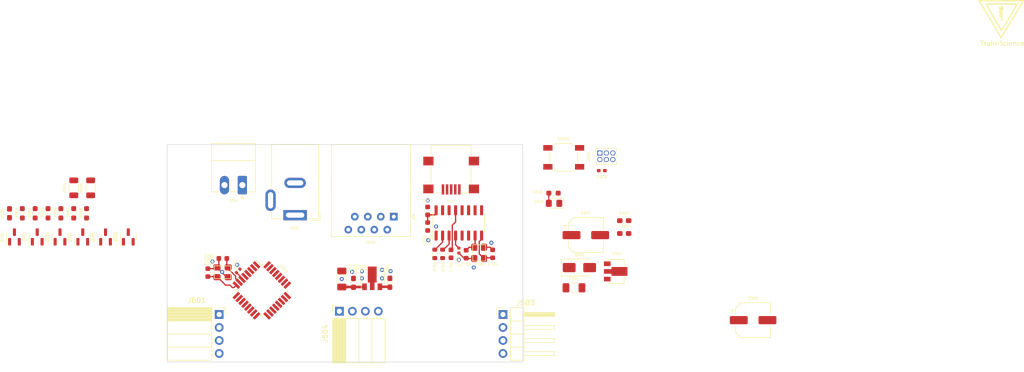
<source format=kicad_pcb>
(kicad_pcb (version 20221018) (generator pcbnew)
  (layers (0 "F.Cu" signal) (31 "B.Cu" signal) (34 "B.Paste" user) (35 "F.Paste" user) (36 "B.SilkS" user "B.Silkscreen") (37 "F.SilkS" user "F.Silkscreen") (38 "B.Mask" user) (39 "F.Mask" user) (44 "Edge.Cuts" user))
  (net 0 "")
  (net 1 "GND")
  (net 2 "Net-(D201-A)")
  (net 4 "VCC")
  (net 5 "/CPU/X1")
  (net 6 "+5V")
  (net 7 "/CPU/X2")
  (net 8 "+12V")
  (net 9 "Net-(D501-K)")
  (net 10 "/CPU/RESET")
  (net 11 "/CPU/LED")
  (net 12 "/Hbridge/Track_A")
  (net 13 "/Hbridge/Track_B")
  (net 14 "/CPU/data")
  (net 15 "/CPU/clock")
  (net 16 "/CPU/load")
  (net 17 "/CPU/s88reset")
  (net 19 "Net-(Q501-B)")
  (net 20 "/Hbridge/ShortCircuit")
  (net 21 "Net-(Q501-C)")
  (net 22 "Net-(Q504-G)")
  (net 23 "Net-(Q506-B)")
  (net 24 "/CPU/prog.A")
  (net 25 "/CPU/prog.B")
  (net 26 "/CPU/Rx")
  (net 27 "/CPU/Tx")
  (net 28 "/CPU/MISO")
  (net 29 "/CPU/MOSI")
  (net 30 "/CPU/SCL")
  (net 31 "/CPU/SDA")
  (net 34 "/CPU/booster2.B")
  (net 35 "/CPU/booster2.A")
  (net 36 "/CPU/prog.ShortCircuit")
  (net 39 "/CPU/booster1.B")
  (net 40 "/CPU/booster1.A")
  (net 41 "/booster1/ShortCircuit")
  (net 42 "/booster2/ShortCircuit")
  (net 50 "Net-(U701-~{DTR})")
  (net 51 "Net-(U701-XO)")
  (net 52 "Net-(U701-XI)")
  (net 53 "Net-(U701-V3)")
  (net 54 "Net-(U701-TXD)")
  (net 55 "Net-(U701-RXD)")
  (net 56 "Net-(J701-D-)")
  (net 57 "Net-(J701-D+)")
  (footprint "Connector_USB:USB_Mini-B_Lumberg_2486_01_Horizontal" (layer "F.Cu") (at 103.5 58.075 180)
    (fp_text reference "J701" (at 0 -5 180 unlocked) (layer "F.SilkS") (effects (font (size 0.5 0.5) (thickness 0.075))))
    (fp_text value "USB_B_Mini")
    (pad "" np_thru_hole circle (at -2.2 0 180) (size 1 1) (drill 1) (layers "F&B.Cu" "*.Mask"))
    (pad "" np_thru_hole circle (at 2.2 0 180) (size 1 1) (drill 1) (layers "F&B.Cu" "*.Mask"))
    (pad "1" smd rect (at -1.6 -2.7 180) (size 0.5 2) (layers "F.Cu" "F.Paste" "F.Mask") (net 6 "+5V"))
    (pad "2" smd rect (at -0.8 -2.7 180) (size 0.5 2) (layers "F.Cu" "F.Paste" "F.Mask") (net 56 "Net-(J701-D-)"))
    (pad "3" smd rect (at 0 -2.7 180) (size 0.5 2) (layers "F.Cu" "F.Paste" "F.Mask") (net 57 "Net-(J701-D+)"))
    (pad "4" smd rect (at 0.8 -2.7 180) (size 0.5 2) (layers "F.Cu" "F.Paste" "F.Mask"))
    (pad "5" smd rect (at 1.6 -2.7 180) (size 0.5 2) (layers "F.Cu" "F.Paste" "F.Mask") (net 1 "GND"))
    (pad "6" smd rect (at -4.45 -2.6 180) (size 2 1.7) (layers "F.Cu" "F.Paste" "F.Mask") (net 1 "GND"))
    (pad "6" smd rect (at -4.45 2.85 180) (size 2 1.7) (layers "F.Cu" "F.Paste" "F.Mask") (net 1 "GND"))
    (pad "6" smd rect (at 4.45 -2.6 180) (size 2 1.7) (layers "F.Cu" "F.Paste" "F.Mask") (net 1 "GND"))
    (pad "6" smd rect (at 4.45 2.85 180) (size 2 1.7) (layers "F.Cu" "F.Paste" "F.Mask") (net 1 "GND"))
  )
  (footprint "Resistor_SMD:R_0603_1608Metric" (layer "F.Cu") (at 101.825 73.37 90)
    (fp_text reference "R702" (at -2.604 0.127 90 unlocked) (layer "F.SilkS") (effects (font (size 0.5 0.5) (thickness 0.075))))
    (fp_text value "1k")
    (pad "1" smd roundrect (at -0.825 0 90) (size 0.8 0.95) (layers "F.Cu" "F.Paste" "F.Mask") (net 27 "/CPU/Tx"))
    (pad "2" smd roundrect (at 0.825 0 90) (size 0.8 0.95) (layers "F.Cu" "F.Paste" "F.Mask") (net 55 "Net-(U701-RXD)"))
  )
  (footprint "custom_kicad_lib_sk:R_0603_smalltext" (layer "F.Cu") (at 22.2 65.4425 90)
    (fp_text reference "R502" (at 0.15 -1.125 90 unlocked) (layer "F.SilkS") (effects (font (size 0.5 0.5) (thickness 0.075))))
    (fp_text value "10k")
    (pad "1" smd roundrect (at -0.9125 0 90) (size 0.975 0.95) (layers "F.Cu" "F.Paste" "F.Mask") (net 4 "VCC"))
    (pad "2" smd roundrect (at 0.9125 0 90) (size 0.975 0.95) (layers "F.Cu" "F.Paste" "F.Mask") (net 21 "Net-(Q501-C)"))
  )
  (footprint "Capacitor_SMD:C_0603_1608Metric" (layer "F.Cu") (at 98.904 64.975 90)
    (fp_text reference "C701" (at 2.032 0 180 unlocked) (layer "F.SilkS") (effects (font (size 0.5 0.5) (thickness 0.075))))
    (fp_text value "10uF")
    (pad "1" smd roundrect (at -0.775 0 90) (size 0.9 0.95) (layers "F.Cu" "F.Paste" "F.Mask") (net 6 "+5V"))
    (pad "2" smd roundrect (at 0.775 0 90) (size 0.9 0.95) (layers "F.Cu" "F.Paste" "F.Mask") (net 1 "GND"))
  )
  (footprint "Connector_RJ:RJ45_Amphenol_54602-x08_Horizontal" (layer "F.Cu") (at 92.2825 66.1 180)
    (fp_text reference "J2101" (at 4.445 -5 180 unlocked) (layer "F.SilkS") (effects (font (size 0.5 0.5) (thickness 0.075))))
    (fp_text value "RJ45")
    (pad "" np_thru_hole circle (at -1.27 6.35 180) (size 3.2 3.2) (drill 3.2) (layers "*.Cu" "*.Mask"))
    (pad "" np_thru_hole circle (at 10.16 6.35 180) (size 3.2 3.2) (drill 3.2) (layers "*.Cu" "*.Mask"))
    (pad "1" thru_hole rect (at 0 0 180) (size 1.5 1.5) (drill 0.76) (layers "*.Cu" "*.Mask") (net 8 "+12V"))
    (pad "2" thru_hole circle (at 1.27 -2.54 180) (size 1.5 1.5) (drill 0.76) (layers "*.Cu" "*.Mask") (net 14 "/CPU/data"))
    (pad "3" thru_hole circle (at 2.54 0 180) (size 1.5 1.5) (drill 0.76) (layers "*.Cu" "*.Mask") (net 1 "GND"))
    (pad "4" thru_hole circle (at 3.81 -2.54 180) (size 1.5 1.5) (drill 0.76) (layers "*.Cu" "*.Mask") (net 15 "/CPU/clock"))
    (pad "5" thru_hole circle (at 5.08 0 180) (size 1.5 1.5) (drill 0.76) (layers "*.Cu" "*.Mask") (net 1 "GND"))
    (pad "6" thru_hole circle (at 6.35 -2.54 180) (size 1.5 1.5) (drill 0.76) (layers "*.Cu" "*.Mask") (net 16 "/CPU/load"))
    (pad "7" thru_hole circle (at 7.62 0 180) (size 1.5 1.5) (drill 0.76) (layers "*.Cu" "*.Mask") (net 17 "/CPU/s88reset"))
    (pad "8" thru_hole circle (at 8.89 -2.54 180) (size 1.5 1.5) (drill 0.76) (layers "*.Cu" "*.Mask"))
  )
  (footprint "custom_kicad_lib_sk:crystal_arduino" (layer "F.Cu") (at 109.191 73.23 -90)
    (fp_text reference "Y701" (at 2.236 0.093 unlocked) (layer "F.SilkS") (effects (font (size 0.5 0.5) (thickness 0.075))))
    (fp_text value "Crystal")
    (pad "1" smd roundrect (at -1.15 1.17 270) (size 1.4 1.2) (layers "F.Cu" "F.Paste" "F.Mask") (net 52 "Net-(U701-XI)"))
    (pad "2" smd roundrect (at 1.05 1.17 270) (size 1.4 1.2) (layers "F.Cu" "F.Paste" "F.Mask") (net 1 "GND"))
    (pad "3" smd roundrect (at 1.05 -0.73 270) (size 1.4 1.2) (layers "F.Cu" "F.Paste" "F.Mask") (net 51 "Net-(U701-XO)"))
    (pad "4" smd roundrect (at -1.15 -0.73 270) (size 1.4 1.2) (layers "F.Cu" "F.Paste" "F.Mask") (net 1 "GND"))
  )
  (footprint "Package_TO_SOT_SMD:SOT-89-3" (layer "F.Cu") (at 88.071 77.852 90)
    (fp_text reference "U301" (at 1.987 -2.008 180 unlocked) (layer "F.SilkS") (effects (font (size 0.5 0.5) (thickness 0.075))))
    (fp_text value "L78L05_SOT89")
    (pad "1" smd rect (at -1.95 -1.5 90) (size 1.3 0.9) (layers "F.Cu" "F.Paste" "F.Mask") (net 6 "+5V"))
    (pad "2" smd custom (at -1.8625 0 90) (size 1.475 0.9) (layers "F.Cu" "F.Paste" "F.Mask") (net 1 "GND") (options (clearance outline) (anchor rect)) (primitives (gr_poly (pts (xy 3.8625 0.8665) (xy 0.7375 0.8665) (xy 0.7375 -0.8665) (xy 3.8625 -0.8665)) (width 0) (fill yes))))
    (pad "3" smd rect (at -1.95 1.5 90) (size 1.3 0.9) (layers "F.Cu" "F.Paste" "F.Mask") (net 8 "+12V"))
  )
  (footprint "Resistor_SMD:R_0603_1608Metric" (layer "F.Cu") (at 100.301 73.37 -90)
    (fp_text reference "R701" (at 2.477 0 -270 unlocked) (layer "F.SilkS") (effects (font (size 0.5 0.5) (thickness 0.075))))
    (fp_text value "1k")
    (pad "1" smd roundrect (at -0.825 0 270) (size 0.8 0.95) (layers "F.Cu" "F.Paste" "F.Mask") (net 54 "Net-(U701-TXD)"))
    (pad "2" smd roundrect (at 0.825 0 270) (size 0.8 0.95) (layers "F.Cu" "F.Paste" "F.Mask") (net 26 "/CPU/Rx"))
  )
  (footprint "Capacitor_SMD:C_0603_1608Metric_Pad1.08x0.95mm_HandSolder" (layer "F.Cu") (at 17.18 65.4425 90)
    (fp_text reference "C506" (at 0 -1.43 90 unlocked) (layer "F.SilkS") (effects (font (size 0.5 0.5) (thickness 0.075))))
    (fp_text value "100nF")
    (pad "1" smd roundrect (at -0.8625 0 90) (size 1.075 0.95) (layers "F.Cu" "F.Paste" "F.Mask") (net 1 "GND"))
    (pad "2" smd roundrect (at 0.8625 0 90) (size 1.075 0.95) (layers "F.Cu" "F.Paste" "F.Mask") (net 4 "VCC"))
  )
  (footprint "Capacitor_SMD:CP_Elec_6.3x5.9" (layer "F.Cu") (at 129.82 69.7)
    (fp_text reference "C501" (at 0 -4.35 unlocked) (layer "F.SilkS") (effects (font (size 0.5 0.5) (thickness 0.075))))
    (fp_text value "100uF")
    (pad "1" smd roundrect (at -2.8 0) (size 3.5 1.6) (layers "F.Cu" "F.Paste" "F.Mask") (roundrect_rratio 0.15625) (net 9 "Net-(D501-K)"))
    (pad "2" smd roundrect (at 2.8 0) (size 3.5 1.6) (layers "F.Cu" "F.Paste" "F.Mask") (roundrect_rratio 0.15625) (net 1 "GND"))
  )
  (footprint "Connector_PinHeader_2.54mm:PinHeader_1x04_P2.54mm_Horizontal" (layer "F.Cu") (at 113.625 85.217)
    (fp_text reference "J503" (at 4.385 -2.27) (layer "F.SilkS"))
    (fp_text value "Conn_01x04_Pin")
    (pad "1" thru_hole rect (at 0 0) (size 1.7 1.7) (drill 1) (layers "*.Cu" "*.Mask") (net 35 "/CPU/booster2.A"))
    (pad "2" thru_hole oval (at 0 2.54) (size 1.7 1.7) (drill 1) (layers "*.Cu" "*.Mask") (net 34 "/CPU/booster2.B"))
    (pad "3" thru_hole oval (at 0 5.08) (size 1.7 1.7) (drill 1) (layers "*.Cu" "*.Mask") (net 42 "/booster2/ShortCircuit"))
    (pad "4" thru_hole oval (at 0 7.62) (size 1.7 1.7) (drill 1) (layers "*.Cu" "*.Mask") (net 1 "GND"))
  )
  (footprint "MountingHole:MountingHole_3.2mm_M3" (layer "F.Cu") (at 51.5 55.5)
    (fp_text reference "REF**" hide)
    (fp_text value "MountingHole_3.2mm_M3")
    (pad "" np_thru_hole circle (at 0 0) (size 3.2 3.2) (drill 3.2) (layers "F&B.Cu" "*.Mask"))
  )
  (footprint "Capacitor_SMD:C_0603_1608Metric" (layer "F.Cu") (at 98.904 68.023 -90)
    (fp_text reference "C702" (at 2.667 0.508 -270 unlocked) (layer "F.SilkS") (effects (font (size 0.5 0.5) (thickness 0.075))))
    (fp_text value "100nF")
    (pad "1" smd roundrect (at -0.775 0 270) (size 0.9 0.95) (layers "F.Cu" "F.Paste" "F.Mask") (net 6 "+5V"))
    (pad "2" smd roundrect (at 0.775 0 270) (size 0.9 0.95) (layers "F.Cu" "F.Paste" "F.Mask") (net 1 "GND"))
  )
  (footprint "Capacitor_SMD:C_0603_1608Metric_Pad1.08x0.95mm_HandSolder" (layer "F.Cu") (at 84.412 79.04 90)
    (fp_text reference "C302" (at 2.667 0.381 90 unlocked) (layer "F.SilkS") (effects (font (size 0.5 0.5) (thickness 0.075))))
    (fp_text value "100nF")
    (pad "1" smd roundrect (at -0.8625 0 90) (size 1.075 0.95) (layers "F.Cu" "F.Paste" "F.Mask") (net 6 "+5V"))
    (pad "2" smd roundrect (at 0.8625 0 90) (size 1.075 0.95) (layers "F.Cu" "F.Paste" "F.Mask") (net 1 "GND"))
  )
  (footprint "Package_TO_SOT_SMD:SOT-23" (layer "F.Cu") (at 31.5 70.0625 90)
    (fp_text reference "Q504" (at 0 -2.4 90 unlocked) (layer "F.SilkS") (effects (font (size 0.5 0.5) (thickness 0.075))))
    (fp_text value "P-channel")
    (pad "1" smd roundrect (at -0.9375 -0.95 90) (size 1.475 0.6) (layers "F.Cu" "F.Paste" "F.Mask") (net 22 "Net-(Q504-G)"))
    (pad "2" smd roundrect (at -0.9375 0.95 90) (size 1.475 0.6) (layers "F.Cu" "F.Paste" "F.Mask") (net 4 "VCC"))
    (pad "3" smd roundrect (at 0.9375 0 90) (size 1.475 0.6) (layers "F.Cu" "F.Paste" "F.Mask") (net 13 "/Hbridge/Track_B"))
  )
  (footprint "custom_kicad_lib_sk:R_0603_smalltext" (layer "F.Cu") (at 29.73 65.4425 90)
    (fp_text reference "R507" (at 0.15 -1.125 90 unlocked) (layer "F.SilkS") (effects (font (size 0.5 0.5) (thickness 0.075))))
    (fp_text value "15k")
    (pad "1" smd roundrect (at -0.9125 0 90) (size 0.975 0.95) (layers "F.Cu" "F.Paste" "F.Mask") (net 22 "Net-(Q504-G)"))
    (pad "2" smd roundrect (at 0.9125 0 90) (size 0.975 0.95) (layers "F.Cu" "F.Paste" "F.Mask") (net 20 "/Hbridge/ShortCircuit"))
  )
  (footprint "Package_TO_SOT_SMD:SOT-23" (layer "F.Cu") (at 27.05 70.0625 90)
    (fp_text reference "Q503" (at 0 -2.4 90 unlocked) (layer "F.SilkS") (effects (font (size 0.5 0.5) (thickness 0.075))))
    (fp_text value "N-channel")
    (pad "1" smd roundrect (at -0.9375 -0.95 90) (size 1.475 0.6) (layers "F.Cu" "F.Paste" "F.Mask") (net 21 "Net-(Q501-C)"))
    (pad "2" smd roundrect (at -0.9375 0.95 90) (size 1.475 0.6) (layers "F.Cu" "F.Paste" "F.Mask") (net 20 "/Hbridge/ShortCircuit"))
    (pad "3" smd roundrect (at 0.9375 0 90) (size 1.475 0.6) (layers "F.Cu" "F.Paste" "F.Mask") (net 12 "/Hbridge/Track_A"))
  )
  (footprint "Diode_SMD:D_SMA" (layer "F.Cu") (at 128.565 76.05)
    (fp_text reference "D501" (at 0 -2.5 unlocked) (layer "F.SilkS") (effects (font (size 0.5 0.5) (thickness 0.075))))
    (fp_text value "SS53")
    (pad "1" smd roundrect (at -2 0) (size 2.5 1.8) (layers "F.Cu" "F.Paste" "F.Mask") (roundrect_rratio 0.1388888889) (net 9 "Net-(D501-K)"))
    (pad "2" smd roundrect (at 2 0) (size 2.5 1.8) (layers "F.Cu" "F.Paste" "F.Mask") (roundrect_rratio 0.1388888889) (net 4 "VCC"))
  )
  (footprint "custom_kicad_lib_sk:R_0603_smalltext" (layer "F.Cu") (at 32.24 65.4425 90)
    (fp_text reference "R508" (at 0.15 -1.125 90 unlocked) (layer "F.SilkS") (effects (font (size 0.5 0.5) (thickness 0.075))))
    (fp_text value "1k5")
    (pad "1" smd roundrect (at -0.9125 0 90) (size 0.975 0.95) (layers "F.Cu" "F.Paste" "F.Mask") (net 23 "Net-(Q506-B)"))
    (pad "2" smd roundrect (at 0.9125 0 90) (size 0.975 0.95) (layers "F.Cu" "F.Paste" "F.Mask") (net 25 "/CPU/prog.B"))
  )
  (footprint "custom_kicad_lib_sk:crystal_arduino" (layer "F.Cu") (at 58.777 77.189 180)
    (fp_text reference "Y201" (at 2.574 2.699 unlocked) (layer "F.SilkS") (effects (font (size 0.5 0.5) (thickness 0.075))))
    (fp_text value "Crystal_GND2")
    (pad "1" smd roundrect (at -1.15 1.17 180) (size 1.4 1.2) (layers "F.Cu" "F.Paste" "F.Mask") (net 5 "/CPU/X1"))
    (pad "2" smd roundrect (at 1.05 1.17 180) (size 1.4 1.2) (layers "F.Cu" "F.Paste" "F.Mask") (net 1 "GND"))
    (pad "3" smd roundrect (at 1.05 -0.73 180) (size 1.4 1.2) (layers "F.Cu" "F.Paste" "F.Mask") (net 7 "/CPU/X2"))
    (pad "4" smd roundrect (at -1.15 -0.73 180) (size 1.4 1.2) (layers "F.Cu" "F.Paste" "F.Mask") (net 1 "GND"))
  )
  (footprint "LED_SMD:LED_0805_2012Metric_Pad1.15x1.40mm_HandSolder" (layer "F.Cu") (at 123.6105 63.491 180)
    (fp_text reference "D201" (at 3.008 0.34 180 unlocked) (layer "F.SilkS") (effects (font (size 0.5 0.5) (thickness 0.075))))
    (fp_text value "LED")
    (pad "1" smd roundrect (at -1.025 0 180) (size 1.15 1.4) (layers "F.Cu" "F.Paste" "F.Mask") (roundrect_rratio 0.217391) (net 11 "/CPU/LED"))
    (pad "2" smd roundrect (at 1.025 0 180) (size 1.15 1.4) (layers "F.Cu" "F.Paste" "F.Mask") (roundrect_rratio 0.217391) (net 2 "Net-(D201-A)"))
  )
  (footprint "MountingHole:MountingHole_3.2mm_M3" (layer "F.Cu") (at 107.5 91)
    (fp_text reference "REF**" hide)
    (fp_text value "MountingHole_3.2mm_M3")
    (pad "" np_thru_hole circle (at 0 0) (size 3.2 3.2) (drill 3.2) (layers "F&B.Cu" "*.Mask"))
  )
  (footprint "Capacitor_SMD:C_1206_3216Metric_Pad1.33x1.80mm_HandSolder" (layer "F.Cu") (at 127.5 80)
    (fp_text reference "C504" (at 0 -1.85 unlocked) (layer "F.SilkS") (effects (font (size 0.5 0.5) (thickness 0.075))))
    (fp_text value "100uF")
    (pad "1" smd roundrect (at -1.5625 0) (size 1.325 1.8) (layers "F.Cu" "F.Paste" "F.Mask") (roundrect_rratio 0.188679) (net 8 "+12V"))
    (pad "2" smd roundrect (at 1.5625 0) (size 1.325 1.8) (layers "F.Cu" "F.Paste" "F.Mask") (roundrect_rratio 0.188679) (net 1 "GND"))
  )
  (footprint "Connector_BarrelJack:BarrelJack_GCT_DCJ200-10-A_Horizontal" (layer "F.Cu") (at 73 65.8 180)
    (fp_text reference "J505" (at 0 -2.5 180 unlocked) (layer "F.SilkS") (effects (font (size 0.5 0.5) (thickness 0.075))))
    (fp_text value "Barrel_Jack")
    (pad "1" thru_hole rect (at 0 0 180) (size 4.6 2) (drill oval 3.6 1) (layers "*.Cu" "*.Mask") (net 4 "VCC"))
    (pad "2" thru_hole oval (at 0 6.3 180) (size 4.2 2) (drill oval 3.2 1) (layers "*.Cu" "*.Mask") (net 1 "GND"))
    (pad "3" thru_hole oval (at 4.8 2.9 180) (size 2 4.2) (drill oval 1 3.2) (layers "*.Cu" "*.Mask"))
  )
  (footprint "Package_SO:SOIC-16_3.9x9.9mm_P1.27mm" (layer "F.Cu") (at 105 67.323 90)
    (fp_text reference "U701" (at -3.24 -5.588 90 unlocked) (layer "F.SilkS") (effects (font (size 0.5 0.5) (thickness 0.075))))
    (fp_text value "CH340G")
    (pad "1" smd roundrect (at -2.475 -4.445 90) (size 1.95 0.6) (layers "F.Cu" "F.Paste" "F.Mask") (net 1 "GND"))
    (pad "2" smd roundrect (at -2.475 -3.175 90) (size 1.95 0.6) (layers "F.Cu" "F.Paste" "F.Mask") (net 54 "Net-(U701-TXD)"))
    (pad "3" smd roundrect (at -2.475 -1.905 90) (size 1.95 0.6) (layers "F.Cu" "F.Paste" "F.Mask") (net 55 "Net-(U701-RXD)"))
    (pad "4" smd roundrect (at -2.475 -0.635 90) (size 1.95 0.6) (layers "F.Cu" "F.Paste" "F.Mask") (net 53 "Net-(U701-V3)"))
    (pad "5" smd roundrect (at -2.475 0.635 90) (size 1.95 0.6) (layers "F.Cu" "F.Paste" "F.Mask") (net 57 "Net-(J701-D+)"))
    (pad "6" smd roundrect (at -2.475 1.905 90) (size 1.95 0.6) (layers "F.Cu" "F.Paste" "F.Mask") (net 56 "Net-(J701-D-)"))
    (pad "7" smd roundrect (at -2.475 3.175 90) (size 1.95 0.6) (layers "F.Cu" "F.Paste" "F.Mask") (net 52 "Net-(U701-XI)"))
    (pad "8" smd roundrect (at -2.475 4.445 90) (size 1.95 0.6) (layers "F.Cu" "F.Paste" "F.Mask") (net 51 "Net-(U701-XO)"))
    (pad "9" smd roundrect (at 2.475 4.445 90) (size 1.95 0.6) (layers "F.Cu" "F.Paste" "F.Mask"))
    (pad "10" smd roundrect (at 2.475 3.175 90) (size 1.95 0.6) (layers "F.Cu" "F.Paste" "F.Mask"))
    (pad "11" smd roundrect (at 2.475 1.905 90) (size 1.95 0.6) (layers "F.Cu" "F.Paste" "F.Mask"))
    (pad "12" smd roundrect (at 2.475 0.635 90) (size 1.95 0.6) (layers "F.Cu" "F.Paste" "F.Mask"))
    (pad "13" smd roundrect (at 2.475 -0.635 90) (size 1.95 0.6) (layers "F.Cu" "F.Paste" "F.Mask") (net 50 "Net-(U701-~{DTR})"))
    (pad "14" smd roundrect (at 2.475 -1.905 90) (size 1.95 0.6) (layers "F.Cu" "F.Paste" "F.Mask"))
    (pad "15" smd roundrect (at 2.475 -3.175 90) (size 1.95 0.6) (layers "F.Cu" "F.Paste" "F.Mask"))
    (pad "16" smd roundrect (at 2.475 -4.445 90) (size 1.95 0.6) (layers "F.Cu" "F.Paste" "F.Mask") (net 6 "+5V"))
  )
  (footprint "custom_kicad_lib_sk:R_0603_smalltext" (layer "F.Cu") (at 24.71 65.4425 90)
    (fp_text reference "R503" (at 0.15 -1.125 90 unlocked) (layer "F.SilkS") (effects (font (size 0.5 0.5) (thickness 0.075))))
    (fp_text value "15k")
    (pad "1" smd roundrect (at -0.9125 0 90) (size 0.975 0.95) (layers "F.Cu" "F.Paste" "F.Mask") (net 21 "Net-(Q501-C)"))
    (pad "2" smd roundrect (at 0.9125 0 90) (size 0.975 0.95) (layers "F.Cu" "F.Paste" "F.Mask") (net 20 "/Hbridge/ShortCircuit"))
  )
  (footprint "MountingHole:MountingHole_3.2mm_M3" (layer "F.Cu") (at 64.5 91)
    (fp_text reference "REF**" hide)
    (fp_text value "MountingHole_3.2mm_M3")
    (pad "" np_thru_hole circle (at 0 0) (size 3.2 3.2) (drill 3.2) (layers "F&B.Cu" "*.Mask"))
  )
  (footprint "Resistor_SMD:R_1206_3216Metric" (layer "F.Cu") (at 33.04 60.4625 90)
    (fp_text reference "R505" (at 0 -1.82 90 unlocked) (layer "F.SilkS") (effects (font (size 0.5 0.5) (thickness 0.075))))
    (fp_text value "0R1")
    (pad "1" smd roundrect (at -1.4625 0 90) (size 1.125 1.75) (layers "F.Cu" "F.Paste" "F.Mask") (roundrect_rratio 0.222222) (net 20 "/Hbridge/ShortCircuit"))
    (pad "2" smd roundrect (at 1.4625 0 90) (size 1.125 1.75) (layers "F.Cu" "F.Paste" "F.Mask") (roundrect_rratio 0.222222) (net 1 "GND"))
  )
  (footprint "Capacitor_SMD:CP_Elec_6.3x5.9" (layer "F.Cu") (at 162.511 86.321)
    (fp_text reference "C505" (at 0 -4.35 unlocked) (layer "F.SilkS") (effects (font (size 0.5 0.5) (thickness 0.075))))
    (fp_text value "100uF")
    (pad "1" smd roundrect (at -2.8 0) (size 3.5 1.6) (layers "F.Cu" "F.Paste" "F.Mask") (roundrect_rratio 0.15625) (net 4 "VCC"))
    (pad "2" smd roundrect (at 2.8 0) (size 3.5 1.6) (layers "F.Cu" "F.Paste" "F.Mask") (roundrect_rratio 0.15625) (net 1 "GND"))
  )
  (footprint "custom_kicad_lib_sk:R_0603_smalltext" (layer "F.Cu") (at 27.22 65.4425 90)
    (fp_text reference "R506" (at 0.15 -1.125 90 unlocked) (layer "F.SilkS") (effects (font (size 0.5 0.5) (thickness 0.075))))
    (fp_text value "10k")
    (pad "1" smd roundrect (at -0.9125 0 90) (size 0.975 0.95) (layers "F.Cu" "F.Paste" "F.Mask") (net 4 "VCC"))
    (pad "2" smd roundrect (at 0.9125 0 90) (size 0.975 0.95) (layers "F.Cu" "F.Paste" "F.Mask") (net 22 "Net-(Q504-G)"))
  )
  (footprint "Connector_Phoenix_MC:PhoenixContact_MC_1,5_2-G-3.5_1x02_P3.50mm_Horizontal" (layer "F.Cu") (at 62.695 59.9325 180)
    (fp_text reference "J501" (at 1.75 -3 180 unlocked) (layer "F.SilkS") (effects (font (size 0.5 0.5) (thickness 0.075))))
    (fp_text value "track")
    (pad "1" thru_hole roundrect (at 0 0 180) (size 1.8 3.6) (drill 1.2) (layers "*.Cu" "*.Mask") (roundrect_rratio 0.138889) (net 12 "/Hbridge/Track_A"))
    (pad "2" thru_hole oval (at 3.5 0 180) (size 1.8 3.6) (drill 1.2) (layers "*.Cu" "*.Mask") (net 13 "/Hbridge/Track_B"))
  )
  (footprint "Capacitor_SMD:C_0603_1608Metric" (layer "F.Cu") (at 55.949 77.03 -90)
    (fp_text reference "C203" (at -1.778 -0.254 unlocked) (layer "F.SilkS") (effects (font (size 0.5 0.5) (thickness 0.075))))
    (fp_text value "12pF")
    (pad "1" smd roundrect (at -0.775 0 270) (size 0.9 0.95) (layers "F.Cu" "F.Paste" "F.Mask") (net 1 "GND"))
    (pad "2" smd roundrect (at 0.775 0 270) (size 0.9 0.95) (layers "F.Cu" "F.Paste" "F.Mask") (net 7 "/CPU/X2"))
  )
  (footprint "Capacitor_SMD:C_0603_1608Metric" (layer "F.Cu") (at 111.604 73.357 90)
    (fp_text reference "C704" (at -2.032 0 unlocked) (layer "F.SilkS") (effects (font (size 0.5 0.5) (thickness 0.075))))
    (fp_text value "22pF")
    (pad "1" smd roundrect (at -0.775 0 90) (size 0.9 0.95) (layers "F.Cu" "F.Paste" "F.Mask") (net 51 "Net-(U701-XO)"))
    (pad "2" smd roundrect (at 0.775 0 90) (size 0.9 0.95) (layers "F.Cu" "F.Paste" "F.Mask") (net 1 "GND"))
  )
  (footprint "Capacitor_SMD:C_0603_1608Metric_Pad1.08x0.95mm_HandSolder" (layer "F.Cu") (at 137.32 66.88)
    (fp_text reference "C502" (at 0 -1.43 unlocked) (layer "F.SilkS") (effects (font (size 0.5 0.5) (thickness 0.075))))
    (fp_text value "330nF")
    (pad "1" smd roundrect (at -0.8625 0) (size 1.075 0.95) (layers "F.Cu" "F.Paste" "F.Mask") (net 9 "Net-(D501-K)"))
    (pad "2" smd roundrect (at 0.8625 0) (size 1.075 0.95) (layers "F.Cu" "F.Paste" "F.Mask") (net 1 "GND"))
  )
  (footprint "Package_TO_SOT_SMD:SOT-23" (layer "F.Cu") (at 35.95 70.0625 90)
    (fp_text reference "Q505" (at 0 -2.4 90 unlocked) (layer "F.SilkS") (effects (font (size 0.5 0.5) (thickness 0.075))))
    (fp_text value "N-channel")
    (pad "1" smd roundrect (at -0.9375 -0.95 90) (size 1.475 0.6) (layers "F.Cu" "F.Paste" "F.Mask") (net 22 "Net-(Q504-G)"))
    (pad "2" smd roundrect (at -0.9375 0.95 90) (size 1.475 0.6) (layers "F.Cu" "F.Paste" "F.Mask") (net 20 "/Hbridge/ShortCircuit"))
    (pad "3" smd roundrect (at 0.9375 0 90) (size 1.475 0.6) (layers "F.Cu" "F.Paste" "F.Mask") (net 13 "/Hbridge/Track_B"))
  )
  (footprint "Capacitor_SMD:C_0402_1005Metric" (layer "F.Cu") (at 105 72.722 90)
    (fp_text reference "C705" (at -2.131 0 90 unlocked) (layer "F.SilkS") (effects (font (size 0.5 0.5) (thickness 0.075))))
    (fp_text value "100nF")
    (pad "1" smd roundrect (at -0.48 0 90) (size 0.56 0.62) (layers "F.Cu" "F.Paste" "F.Mask") (net 1 "GND"))
    (pad "2" smd roundrect (at 0.48 0 90) (size 0.56 0.62) (layers "F.Cu" "F.Paste" "F.Mask") (net 53 "Net-(U701-V3)"))
  )
  (footprint "Capacitor_SMD:C_0603_1608Metric" (layer "F.Cu") (at 106.431 73.434 -90)
    (fp_text reference "C703" (at 2.032 0 unlocked) (layer "F.SilkS") (effects (font (size 0.5 0.5) (thickness 0.075))))
    (fp_text value "22pF")
    (pad "1" smd roundrect (at -0.775 0 270) (size 0.9 0.95) (layers "F.Cu" "F.Paste" "F.Mask") (net 52 "Net-(U701-XI)"))
    (pad "2" smd roundrect (at 0.775 0 270) (size 0.9 0.95) (layers "F.Cu" "F.Paste" "F.Mask") (net 1 "GND"))
  )
  (footprint "Capacitor_SMD:C_0603_1608Metric_Pad1.08x0.95mm_HandSolder" (layer "F.Cu") (at 91.524 79.0135 90)
    (fp_text reference "C301" (at 2.6405 -0.508 90 unlocked) (layer "F.SilkS") (effects (font (size 0.5 0.5) (thickness 0.075))))
    (fp_text value "330nF")
    (pad "1" smd roundrect (at -0.8625 0 90) (size 1.075 0.95) (layers "F.Cu" "F.Paste" "F.Mask") (net 8 "+12V"))
    (pad "2" smd roundrect (at 0.8625 0 90) (size 1.075 0.95) (layers "F.Cu" "F.Paste" "F.Mask") (net 1 "GND"))
  )
  (footprint "Capacitor_SMD:C_0603_1608Metric" (layer "F.Cu") (at 103.476 73.357 -90)
    (fp_text reference "C706" (at 2.617 0 -270 unlocked) (layer "F.SilkS") (effects (font (size 0.5 0.5) (thickness 0.075))))
    (fp_text value "100nF")
    (pad "1" smd roundrect (at -0.775 0 270) (size 0.9 0.95) (layers "F.Cu" "F.Paste" "F.Mask") (net 50 "Net-(U701-~{DTR})"))
    (pad "2" smd roundrect (at 0.775 0 270) (size 0.9 0.95) (layers "F.Cu" "F.Paste" "F.Mask") (net 10 "/CPU/RESET"))
  )
  (footprint "Package_TO_SOT_SMD:SOT-23" (layer "F.Cu") (at 18.15 70.0625 90)
    (fp_text reference "Q501" (at 0 -2.4 90 unlocked) (layer "F.SilkS") (effects (font (size 0.5 0.5) (thickness 0.075))))
    (fp_text value "NPN_TOR")
    (pad "1" smd roundrect (at -0.9375 -0.95 90) (size 1.475 0.6) (layers "F.Cu" "F.Paste" "F.Mask") (net 19 "Net-(Q501-B)"))
    (pad "2" smd roundrect (at -0.9375 0.95 90) (size 1.475 0.6) (layers "F.Cu" "F.Paste" "F.Mask") (net 20 "/Hbridge/ShortCircuit"))
    (pad "3" smd roundrect (at 0.9375 0 90) (size 1.475 0.6) (layers "F.Cu" "F.Paste" "F.Mask") (net 21 "Net-(Q501-C)"))
  )
  (footprint "custom_kicad_lib_sk:R_0603_smalltext" (layer "F.Cu") (at 19.69 65.4425 90)
    (fp_text reference "R501" (at 0.15 -1.125 90 unlocked) (layer "F.SilkS") (effects (font (size 0.5 0.5) (thickness 0.075))))
    (fp_text value "1k5")
    (pad "1" smd roundrect (at -0.9125 0 90) (size 0.975 0.95) (layers "F.Cu" "F.Paste" "F.Mask") (net 19 "Net-(Q501-B)"))
    (pad "2" smd roundrect (at 0.9125 0 90) (size 0.975 0.95) (layers "F.Cu" "F.Paste" "F.Mask") (net 24 "/CPU/prog.A"))
  )
  (footprint "Capacitor_SMD:C_0402_1005Metric" (layer "F.Cu") (at 61.876411 76.690589 45)
    (fp_text reference "C202" (at 0.507829 -1.347038 -90 unlocked) (layer "F.SilkS") (effects (font (size 0.5 0.5) (thickness 0.075))))
    (fp_text value "100nF")
    (pad "1" smd roundrect (at -0.48 0 45) (size 0.56 0.62) (layers "F.Cu" "F.Paste" "F.Mask") (net 6 "+5V"))
    (pad "2" smd roundrect (at 0.48 0 45) (size 0.56 0.62) (layers "F.Cu" "F.Paste" "F.Mask") (net 1 "GND"))
  )
  (footprint "Capacitor_SMD:C_1206_3216Metric_Pad1.33x1.80mm_HandSolder" (layer "F.Cu") (at 82.126 78.278 90)
    (fp_text reference "C303" (at 1.905 1.651 90 unlocked) (layer "F.SilkS") (effects (font (size 0.5 0.5) (thickness 0.075))))
    (fp_text value "100uF")
    (pad "1" smd roundrect (at -1.5625 0 90) (size 1.325 1.8) (layers "F.Cu" "F.Paste" "F.Mask") (roundrect_rratio 0.188679) (net 6 "+5V"))
    (pad "2" smd roundrect (at 1.5625 0 90) (size 1.325 1.8) (layers "F.Cu" "F.Paste" "F.Mask") (roundrect_rratio 0.188679) (net 1 "GND"))
  )
  (footprint "Connector_PinSocket_2.54mm:PinSocket_1x04_P2.54mm_Horizontal" (layer "F.Cu") (at 58.166 85.217)
    (fp_text reference "J601" (at -4.38 -2.77) (layer "F.SilkS"))
    (fp_text value "Conn_01x04_Socket")
    (pad "1" thru_hole rect (at 0 0) (size 1.7 1.7) (drill 1) (layers "*.Cu" "*.Mask") (net 40 "/CPU/booster1.A"))
    (pad "2" thru_hole oval (at 0 2.54) (size 1.7 1.7) (drill 1) (layers "*.Cu" "*.Mask") (net 39 "/CPU/booster1.B"))
    (pad "3" thru_hole oval (at 0 5.08) (size 1.7 1.7) (drill 1) (layers "*.Cu" "*.Mask") (net 41 "/booster1/ShortCircuit"))
    (pad "4" thru_hole oval (at 0 7.62) (size 1.7 1.7) (drill 1) (layers "*.Cu" "*.Mask") (net 1 "GND"))
  )
  (footprint "Connector_PinSocket_2.54mm:PinSocket_1x04_P2.54mm_Horizontal" (layer "F.Cu") (at 81.65 84.582 90)
    (fp_text reference "J504" (at -4.38 -2.77 90) (layer "F.SilkS"))
    (fp_text value "Conn_01x04_Socket")
    (pad "1" thru_hole rect (at 0 0 90) (size 1.7 1.7) (drill 1) (layers "*.Cu" "*.Mask") (net 1 "GND"))
    (pad "2" thru_hole oval (at 0 2.54 90) (size 1.7 1.7) (drill 1) (layers "*.Cu" "*.Mask") (net 6 "+5V"))
    (pad "3" thru_hole oval (at 0 5.08 90) (size 1.7 1.7) (drill 1) (layers "*.Cu" "*.Mask") (net 31 "/CPU/SDA"))
    (pad "4" thru_hole oval (at 0 7.62 90) (size 1.7 1.7) (drill 1) (layers "*.Cu" "*.Mask") (net 30 "/CPU/SCL"))
  )
  (footprint "Package_TO_SOT_SMD:SOT-23" (layer "F.Cu") (at 22.6 70.0625 90)
    (fp_text reference "Q502" (at 0 -2.4 90 unlocked) (layer "F.SilkS") (effects (font (size 0.5 0.5) (thickness 0.075))))
    (fp_text value "P-channel")
    (pad "1" smd roundrect (at -0.9375 -0.95 90) (size 1.475 0.6) (layers "F.Cu" "F.Paste" "F.Mask") (net 21 "Net-(Q501-C)"))
    (pad "2" smd roundrect (at -0.9375 0.95 90) (size 1.475 0.6) (layers "F.Cu" "F.Paste" "F.Mask") (net 4 "VCC"))
    (pad "3" smd roundrect (at 0.9375 0 90) (size 1.475 0.6) (layers "F.Cu" "F.Paste" "F.Mask") (net 12 "/Hbridge/Track_A"))
  )
  (footprint "Capacitor_SMD:C_0603_1608Metric" (layer "F.Cu") (at 58.87 74.268)
    (fp_text reference "C201" (at -2.667 -0.508 unlocked) (layer "F.SilkS") (effects (font (size 0.5 0.5) (thickness 0.075))))
    (fp_text value "12pF")
    (pad "1" smd roundrect (at -0.775 0) (size 0.9 0.95) (layers "F.Cu" "F.Paste" "F.Mask") (net 1 "GND"))
    (pad "2" smd roundrect (at 0.775 0) (size 0.9 0.95) (layers "F.Cu" "F.Paste" "F.Mask") (net 5 "/CPU/X1"))
  )
  (footprint "custom_kicad_lib_sk:default_switch" (layer "F.Cu") (at 125.5 54.5)
    (fp_text reference "SW202" (at 0 -3.6 unlocked) (layer "F.SilkS") (effects (font (size 0.5 0.5) (thickness 0.075))))
    (fp_text value "default_switch")
    (pad "1" smd rect (at -3.1 -1.85) (size 1.8 1.1) (layers "F.Cu" "F.Paste" "F.Mask") (net 1 "GND"))
    (pad "1" smd rect (at 3.1 -1.85) (size 1.8 1.1) (layers "F.Cu" "F.Paste" "F.Mask") (net 1 "GND"))
    (pad "2" smd rect (at -3.1 1.85) (size 1.8 1.1) (layers "F.Cu" "F.Paste" "F.Mask") (net 10 "/CPU/RESET"))
    (pad "2" smd rect (at 3.1 1.85) (size 1.8 1.1) (layers "F.Cu" "F.Paste" "F.Mask") (net 10 "/CPU/RESET"))
  )
  (footprint "Package_TO_SOT_SMD:SOT-23" (layer "F.Cu") (at 40.4 70.0625 90)
    (fp_text reference "Q506" (at 0 -2.4 90 unlocked) (layer "F.SilkS") (effects (font (size 0.5 0.5) (thickness 0.075))))
    (fp_text value "NPN_TOR")
    (pad "1" smd roundrect (at -0.9375 -0.95 90) (size 1.475 0.6) (layers "F.Cu" "F.Paste" "F.Mask") (net 23 "Net-(Q506-B)"))
    (pad "2" smd roundrect (at -0.9375 0.95 90) (size 1.475 0.6) (layers "F.Cu" "F.Paste" "F.Mask") (net 20 "/Hbridge/ShortCircuit"))
    (pad "3" smd roundrect (at 0.9375 0 90) (size 1.475 0.6) (layers "F.Cu" "F.Paste" "F.Mask") (net 22 "Net-(Q504-G)"))
  )
  (footprint "Package_QFP:TQFP-32_7x7mm_P0.8mm" (layer "F.Cu") (at 66.5 80.5 -45)
    (fp_text reference "U202" (at 0 -6.05 -45 unlocked) (layer "F.SilkS") (effects (font (size 0.5 0.5) (thickness 0.075))))
    (fp_text value "ATmega328-A")
    (pad "1" smd rect (at -4.25 -2.8 315) (size 1.6 0.55) (layers "F.Cu" "F.Paste" "F.Mask") (net 15 "/CPU/clock"))
    (pad "2" smd rect (at -4.25 -2 315) (size 1.6 0.55) (layers "F.Cu" "F.Paste" "F.Mask") (net 16 "/CPU/load"))
    (pad "3" smd rect (at -4.25 -1.2 315) (size 1.6 0.55) (layers "F.Cu" "F.Paste" "F.Mask") (net 1 "GND"))
    (pad "4" smd rect (at -4.25 -0.4 315) (size 1.6 0.55) (layers "F.Cu" "F.Paste" "F.Mask") (net 6 "+5V"))
    (pad "5" smd rect (at -4.25 0.4 315) (size 1.6 0.55) (layers "F.Cu" "F.Paste" "F.Mask") (net 1 "GND"))
    (pad "6" smd rect (at -4.25 1.2 315) (size 1.6 0.55) (layers "F.Cu" "F.Paste" "F.Mask") (net 6 "+5V"))
    (pad "7" smd rect (at -4.25 2 315) (size 1.6 0.55) (layers "F.Cu" "F.Paste" "F.Mask") (net 5 "/CPU/X1"))
    (pad "8" smd rect (at -4.25 2.8 315) (size 1.6 0.55) (layers "F.Cu" "F.Paste" "F.Mask") (net 7 "/CPU/X2"))
    (pad "9" smd rect (at -2.8 4.25 45) (size 1.6 0.55) (layers "F.Cu" "F.Paste" "F.Mask") (net 17 "/CPU/s88reset"))
    (pad "10" smd rect (at -2 4.25 45) (size 1.6 0.55) (layers "F.Cu" "F.Paste" "F.Mask") (net 40 "/CPU/booster1.A"))
    (pad "11" smd rect (at -1.2 4.25 45) (size 1.6 0.55) (layers "F.Cu" "F.Paste" "F.Mask") (net 39 "/CPU/booster1.B"))
    (pad "12" smd rect (at -0.4 4.25 45) (size 1.6 0.55) (layers "F.Cu" "F.Paste" "F.Mask") (net 24 "/CPU/prog.A"))
    (pad "13" smd rect (at 0.4 4.25 45) (size 1.6 0.55) (layers "F.Cu" "F.Paste" "F.Mask") (net 25 "/CPU/prog.B"))
    (pad "14" smd rect (at 1.2 4.25 45) (size 1.6 0.55) (layers "F.Cu" "F.Paste" "F.Mask"))
    (pad "15" smd rect (at 2 4.25 45) (size 1.6 0.55) (layers "F.Cu" "F.Paste" "F.Mask") (net 29 "/CPU/MOSI"))
    (pad "16" smd rect (at 2.8 4.25 45) (size 1.6 0.55) (layers "F.Cu" "F.Paste" "F.Mask") (net 28 "/CPU/MISO"))
    (pad "17" smd rect (at 4.25 2.8 315) (size 1.6 0.55) (layers "F.Cu" "F.Paste" "F.Mask") (net 11 "/CPU/LED"))
    (pad "18" smd rect (at 4.25 2 315) (size 1.6 0.55) (layers "F.Cu" "F.Paste" "F.Mask") (net 6 "+5V"))
    (pad "19" smd rect (at 4.25 1.2 315) (size 1.6 0.55) (layers "F.Cu" "F.Paste" "F.Mask"))
    (pad "20" smd rect (at 4.25 0.4 315) (size 1.6 0.55) (layers "F.Cu" "F.Paste" "F.Mask"))
    (pad "21" smd rect (at 4.25 -0.4 315) (size 1.6 0.55) (layers "F.Cu" "F.Paste" "F.Mask") (net 1 "GND"))
    (pad "22" smd rect (at 4.25 -1.2 315) (size 1.6 0.55) (layers "F.Cu" "F.Paste" "F.Mask") (net 36 "/CPU/prog.ShortCircuit"))
    (pad "23" smd rect (at 4.25 -2 315) (size 1.6 0.55) (layers "F.Cu" "F.Paste" "F.Mask") (net 35 "/CPU/booster2.A"))
    (pad "24" smd rect (at 4.25 -2.8 315) (size 1.6 0.55) (layers "F.Cu" "F.Paste" "F.Mask") (net 34 "/CPU/booster2.B"))
    (pad "25" smd rect (at 2.8 -4.25 45) (size 1.6 0.55) (layers "F.Cu" "F.Paste" "F.Mask"))
    (pad "26" smd rect (at 2 -4.25 45) (size 1.6 0.55) (layers "F.Cu" "F.Paste" "F.Mask"))
    (pad "27" smd rect (at 1.2 -4.25 45) (size 1.6 0.55) (layers "F.Cu" "F.Paste" "F.Mask") (net 31 "/CPU/SDA"))
    (pad "28" smd rect (at 0.4 -4.25 45) (size 1.6 0.55) (layers "F.Cu" "F.Paste" "F.Mask") (net 30 "/CPU/SCL"))
    (pad "29" smd rect (at -0.4 -4.25 45) (size 1.6 0.55) (layers "F.Cu" "F.Paste" "F.Mask") (net 10 "/CPU/RESET"))
    (pad "30" smd rect (at -1.2 -4.25 45) (size 1.6 0.55) (layers "F.Cu" "F.Paste" "F.Mask") (net 26 "/CPU/Rx"))
    (pad "31" smd rect (at -2 -4.25 45) (size 1.6 0.55) (layers "F.Cu" "F.Paste" "F.Mask") (net 27 "/CPU/Tx"))
    (pad "32" smd rect (at -2.8 -4.25 45) (size 1.6 0.55) (layers "F.Cu" "F.Paste" "F.Mask") (net 14 "/CPU/data"))
  )
  (footprint "Package_TO_SOT_SMD:SOT-89-3" (layer "F.Cu") (at 135.96 76.8)
    (fp_text reference "U501" (at 0 -3.5 unlocked) (layer "F.SilkS") (effects (font (size 0.5 0.5) (thickness 0.075))))
    (fp_text value "L78L12_SOT89")
    (pad "1" smd rect (at -1.95 -1.5) (size 1.3 0.9) (layers "F.Cu" "F.Paste" "F.Mask") (net 8 "+12V"))
    (pad "2" smd custom (at -1.8625 0) (size 1.475 0.9) (layers "F.Cu" "F.Paste" "F.Mask") (net 1 "GND") (options (clearance outline) (anchor rect)) (primitives (gr_poly (pts (xy 3.8625 0.8665) (xy 0.7375 0.8665) (xy 0.7375 -0.8665) (xy 3.8625 -0.8665)) (width 0) (fill yes))))
    (pad "3" smd rect (at -1.95 1.5) (size 1.3 0.9) (layers "F.Cu" "F.Paste" "F.Mask") (net 9 "Net-(D501-K)"))
  )
  (footprint "Resistor_SMD:R_0603_1608Metric_Pad0.98x0.95mm_HandSolder" (layer "F.Cu") (at 123.5 61.5 180)
    (fp_text reference "R201" (at 3.126 0.232 180 unlocked) (layer "F.SilkS") (effects (font (size 0.5 0.5) (thickness 0.075))))
    (fp_text value "6k2")
    (pad "1" smd roundrect (at -0.9125 0 180) (size 0.975 0.95) (layers "F.Cu" "F.Paste" "F.Mask") (net 6 "+5V"))
    (pad "2" smd roundrect (at 0.9125 0 180) (size 0.975 0.95) (layers "F.Cu" "F.Paste" "F.Mask") (net 2 "Net-(D201-A)"))
  )
  (footprint "Resistor_SMD:R_1206_3216Metric" (layer "F.Cu") (at 29.75 60.4625 90)
    (fp_text reference "R504" (at 0 -1.82 90 unlocked) (layer "F.SilkS") (effects (font (size 0.5 0.5) (thickness 0.075))))
    (fp_text value "0R1")
    (pad "1" smd roundrect (at -1.4625 0 90) (size 1.125 1.75) (layers "F.Cu" "F.Paste" "F.Mask") (roundrect_rratio 0.222222) (net 20 "/Hbridge/ShortCircuit"))
    (pad "2" smd roundrect (at 1.4625 0 90) (size 1.125 1.75) (layers "F.Cu" "F.Paste" "F.Mask") (roundrect_rratio 0.222222) (net 1 "GND"))
  )
  (footprint "Connector_PinSocket_1.27mm:PinSocket_2x03_P1.27mm_Vertical" (layer "F.Cu") (at 132.557 53.663 90)
    (fp_text reference "U201" (at -0.635 -2.135 90 unlocked) (layer "F.SilkS") (effects (font (size 0.5 0.5) (thickness 0.075))))
    (fp_text value "HEADER_3x2")
    (pad "1" thru_hole rect (at 0 0 90) (size 1 1) (drill 0.7) (layers "*.Cu" "*.Mask") (net 1 "GND"))
    (pad "2" thru_hole oval (at -1.27 0 90) (size 1 1) (drill 0.7) (layers "*.Cu" "*.Mask") (net 10 "/CPU/RESET"))
    (pad "3" thru_hole oval (at 0 1.27 90) (size 1 1) (drill 0.7) (layers "*.Cu" "*.Mask") (net 29 "/CPU/MOSI"))
    (pad "4" thru_hole oval (at -1.27 1.27 90) (size 1 1) (drill 0.7) (layers "*.Cu" "*.Mask") (net 11 "/CPU/LED"))
    (pad "5" thru_hole oval (at 0 2.54 90) (size 1 1) (drill 0.7) (layers "*.Cu" "*.Mask") (net 6 "+5V"))
    (pad "6" thru_hole oval (at -1.27 2.54 90) (size 1 1) (drill 0.7) (layers "*.Cu" "*.Mask") (net 28 "/CPU/MISO"))
  )
  (footprint "MountingHole:MountingHole_3.2mm_M3" (layer "F.Cu") (at 114 55.5)
    (fp_text reference "REF**" hide)
    (fp_text value "MountingHole_3.2mm_M3")
    (pad "" np_thru_hole circle (at 0 0) (size 3.2 3.2) (drill 3.2) (layers "*.Cu" "*.Mask"))
  )
  (footprint "custom_kicad_lib_sk:Train-Science logo small" (layer "F.Cu") (at 211.074 28.321)
    (fp_text reference "G***" hide)
    (fp_text value "LOGO" hide)
  )
  (footprint "Resistor_SMD:R_0402_1005Metric_Pad0.72x0.64mm_HandSolder" (layer "F.Cu") (at 132.943 57.102 180)
    (fp_text reference "R202" (at 0 -1.17 180 unlocked) (layer "F.SilkS") (effects (font (size 0.5 0.5) (thickness 0.075))))
    (fp_text value "10k")
    (pad "1" smd roundrect (at -0.5975 0 180) (size 0.715 0.64) (layers "F.Cu" "F.Paste" "F.Mask") (net 6 "+5V"))
    (pad "2" smd roundrect (at 0.5975 0 180) (size 0.715 0.64) (layers "F.Cu" "F.Paste" "F.Mask") (net 10 "/CPU/RESET"))
  )
  (footprint "Capacitor_SMD:C_0603_1608Metric_Pad1.08x0.95mm_HandSolder" (layer "F.Cu") (at 137.32 69.39)
    (fp_text reference "C503" (at 0 -1.43 unlocked) (layer "F.SilkS") (effects (font (size 0.5 0.5) (thickness 0.075))))
    (fp_text value "100nF")
    (pad "1" smd roundrect (at -0.8625 0) (size 1.075 0.95) (layers "F.Cu" "F.Paste" "F.Mask") (net 8 "+12V"))
    (pad "2" smd roundrect (at 0.8625 0) (size 1.075 0.95) (layers "F.Cu" "F.Paste" "F.Mask") (net 1 "GND"))
  )
  (gr_rect (start 48 52) (end 117.5 94.5) (stroke (width 0.1)) (fill none) (layer "Edge.Cuts"))
  (via (at 100.555 68.023) (size 0.8) (drill 0.4) (layers "F.Cu" "B.Cu") (net 0))
  (via (at 105 74.5) (size 0.8) (drill 0.4) (layers "F.Cu" "B.Cu") (net 0))
  (via (at 98.904 62.94) (size 0.8) (drill 0.4) (layers "F.Cu" "B.Cu") (net 0))
  (via (at 107.921 76.024) (size 0.8) (drill 0.4) (layers "F.Cu" "B.Cu") (net 0))
  (via (at 111.35 71.198) (size 0.8) (drill 0.4) (layers "F.Cu" "B.Cu") (net 0))
  (segment (start 58.095 74.268) (end 58.095 75.651) (width 0.25) (layer "F.Cu") (net 1))
  (segment (start 108.021 74.28) (end 106.078 74.28) (width 0.25) (layer "F.Cu") (net 1))
  (segment (start 59.627 77.919) (end 58.743 77.035) (width 0.25) (layer "F.Cu") (net 1))
  (segment (start 106.078 74.28) (end 105 73.202) (width 0.25) (layer "F.Cu") (net 1))
  (segment (start 55.949 76.255) (end 57.491 76.255) (width 0.25) (layer "F.Cu") (net 1))
  (segment (start 58.611 76.903) (end 57.727 76.019) (width 0.25) (layer "F.Cu") (net 1))
  (segment (start 57.491 76.255) (end 57.727 76.019) (width 0.25) (layer "F.Cu") (net 1))
  (segment (start 58.743 77.035) (end 58.743 76.903) (width 0.25) (layer "F.Cu") (net 1))
  (segment (start 59.927 77.919) (end 59.627 77.919) (width 0.25) (layer "F.Cu") (net 1))
  (segment (start 58.743 76.903) (end 58.611 76.903) (width 0.25) (layer "F.Cu") (net 1))
  (segment (start 109.921 72.08) (end 111.102 72.08) (width 0.25) (layer "F.Cu") (net 1))
  (segment (start 58.095 75.651) (end 57.727 76.019) (width 0.25) (layer "F.Cu") (net 1))
  (segment (start 111.102 72.08) (end 111.604 72.582) (width 0.25) (layer "F.Cu") (net 1))
  (via (at 91.651 76.754) (size 0.8) (drill 0.4) (layers "F.Cu" "B.Cu") (net 1))
  (via (at 86.063 76.754) (size 0.8) (drill 0.4) (layers "F.Cu" "B.Cu") (net 1))
  (via (at 99.031 70.69) (size 0.8) (drill 0.4) (layers "F.Cu" "B.Cu") (net 1))
  (via (at 56.838 74.871) (size 0.8) (drill 0.4) (layers "F.Cu" "B.Cu") (net 1))
  (via (at 90 78.151) (size 0.8) (drill 0.4) (layers "F.Cu" "B.Cu") (net 1))
  (via (at 86.063 78.151) (size 0.8) (drill 0.4) (layers "F.Cu" "B.Cu") (net 1))
  (via (at 84.158 76.881) (size 0.8) (drill 0.4) (layers "F.Cu" "B.Cu") (net 1))
  (via (at 90 76.5) (size 0.8) (drill 0.4) (layers "F.Cu" "B.Cu") (net 1))
  (via (at 58.743 76.903) (size 0.8) (drill 0.4) (layers "F.Cu" "B.Cu") (net 1))
  (via (at 82.126 78.278) (size 0.8) (drill 0.4) (layers "F.Cu" "B.Cu") (net 1))
  (via (at 61.664 75.506) (size 0.8) (drill 0.4) (layers "F.Cu" "B.Cu") (net 1))
  (segment (start 122.5875 61.5) (end 122.5875 63.489) (width 0.25) (layer "F.Cu") (net 2))
  (segment (start 122.5875 63.489) (end 122.5855 63.491) (width 0.25) (layer "F.Cu") (net 2))
  (segment (start 61.365603 78.19403) (end 61.365603 77.714203) (width 0.25) (layer "F.Cu") (net 5))
  (segment (start 61.365603 77.714203) (end 59.927 76.2756) (width 0.25) (layer "F.Cu") (net 5))
  (segment (start 59.927 76.2756) (end 59.927 76.019) (width 0.25) (layer "F.Cu") (net 5))
  (segment (start 59.645 75.737) (end 59.927 76.019) (width 0.25) (layer "F.Cu") (net 5))
  (segment (start 59.645 74.268) (end 59.645 75.737) (width 0.25) (layer "F.Cu") (net 5))
  (segment (start 62.080583 78.90901) (end 61.365603 78.19403) (width 0.25) (layer "F.Cu") (net 5))
  (segment (start 100.555 65.483) (end 100.288 65.75) (width 0.25) (layer "F.Cu") (net 6))
  (segment (start 62.646268 78.139268) (end 61.537 77.03) (width 0.25) (layer "F.Cu") (net 6))
  (segment (start 100.288 65.75) (end 98.904 65.75) (width 0.25) (layer "F.Cu") (net 6))
  (segment (start 82.126 79.8405) (end 86.5325 79.8405) (width 0.5) (layer "F.Cu") (net 6))
  (segment (start 86.5325 79.8405) (end 86.571 79.802) (width 0.5) (layer "F.Cu") (net 6))
  (segment (start 100.555 64.848) (end 100.555 65.483) (width 0.25) (layer "F.Cu") (net 6))
  (segment (start 98.904 67.248) (end 98.904 65.75) (width 0.25) (layer "F.Cu") (net 6))
  (segment (start 62.646268 78.343324) (end 62.646268 78.139268) (width 0.25) (layer "F.Cu") (net 6))
  (segment (start 59.409695 79.474695) (end 57.854 77.919) (width 0.25) (layer "F.Cu") (net 7))
  (segment (start 61.514897 79.474695) (end 61.038592 79.951) (width 0.25) (layer "F.Cu") (net 7))
  (segment (start 61.038592 79.951) (end 60.743305 79.951) (width 0.25) (layer "F.Cu") (net 7))
  (segment (start 57.613 77.805) (end 57.727 77.919) (width 0.25) (layer "F.Cu") (net 7))
  (segment (start 55.949 77.805) (end 57.613 77.805) (width 0.25) (layer "F.Cu") (net 7))
  (segment (start 60.267 79.474695) (end 59.409695 79.474695) (width 0.25) (layer "F.Cu") (net 7))
  (segment (start 60.743305 79.951) (end 60.267 79.474695) (width 0.25) (layer "F.Cu") (net 7))
  (segment (start 91.45 79.802) (end 91.524 79.876) (width 0.5) (layer "F.Cu") (net 8))
  (segment (start 89.571 79.802) (end 91.45 79.802) (width 0.5) (layer "F.Cu") (net 8))
  (segment (start 104.365 67.124) (end 103.72 67.769) (width 0.25) (layer "F.Cu") (net 50))
  (segment (start 103.72 72.338) (end 103.72 67.769) (width 0.25) (layer "F.Cu") (net 50))
  (segment (start 104.365 64.848) (end 104.365 67.124) (width 0.25) (layer "F.Cu") (net 50))
  (segment (start 103.476 72.582) (end 103.72 72.338) (width 0.25) (layer "F.Cu") (net 50))
  (segment (start 109.445 70.498) (end 108.996 70.947) (width 0.25) (layer "F.Cu") (net 51))
  (segment (start 108.996 73.355) (end 108.996 70.947) (width 0.25) (layer "F.Cu") (net 51))
  (segment (start 110.069 74.132) (end 109.921 74.28) (width 0.25) (layer "F.Cu") (net 51))
  (segment (start 108.996 73.355) (end 109.921 74.28) (width 0.25) (layer "F.Cu") (net 51))
  (segment (start 111.604 74.132) (end 110.069 74.132) (width 0.25) (layer "F.Cu") (net 51))
  (segment (start 109.445 69.798) (end 109.445 70.498) (width 0.25) (layer "F.Cu") (net 51))
  (segment (start 108.175 69.417) (end 108.175 71.926) (width 0.25) (layer "F.Cu") (net 52))
  (segment (start 107.01 72.08) (end 106.431 72.659) (width 0.25) (layer "F.Cu") (net 52))
  (segment (start 108.175 71.926) (end 108.021 72.08) (width 0.25) (layer "F.Cu") (net 52))
  (segment (start 108.021 72.08) (end 107.01 72.08) (width 0.25) (layer "F.Cu") (net 52))
  (segment (start 104.365 69.798) (end 104.365 71.607) (width 0.25) (layer "F.Cu") (net 53))
  (segment (start 104.365 71.607) (end 105 72.242) (width 0.25) (layer "F.Cu") (net 53))
  (segment (start 100.351 72.545) (end 101.825 71.071) (width 0.25) (layer "F.Cu") (net 54))
  (segment (start 101.825 71.071) (end 101.825 69.798) (width 0.25) (layer "F.Cu") (net 54))
  (segment (start 100.301 72.545) (end 100.351 72.545) (width 0.25) (layer "F.Cu") (net 54))
  (segment (start 103.095 71.452) (end 103.095 69.798) (width 0.25) (layer "F.Cu") (net 55))
  (segment (start 102.002 72.545) (end 103.095 71.452) (width 0.25) (layer "F.Cu") (net 55))
  (segment (start 101.825 72.545) (end 102.002 72.545) (width 0.25) (layer "F.Cu") (net 55))
)
</source>
